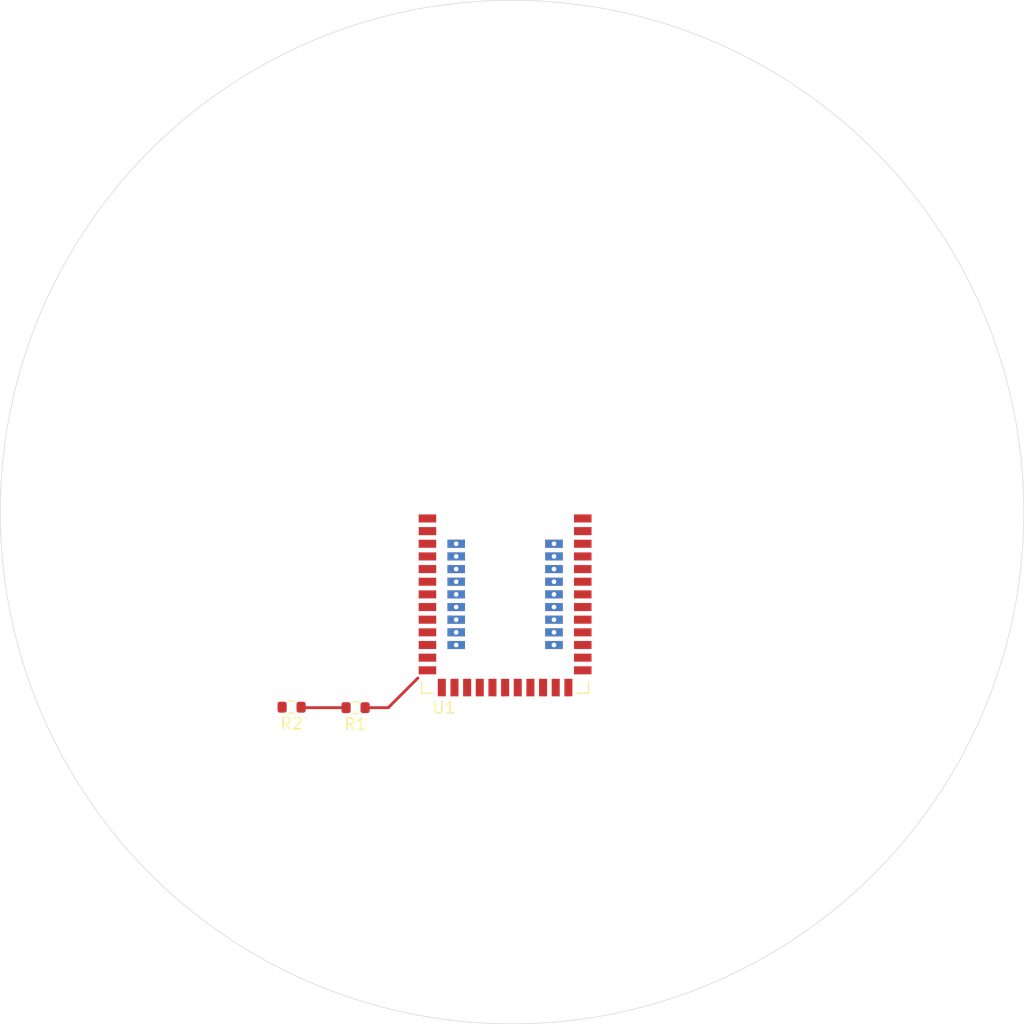
<source format=kicad_pcb>
(kicad_pcb (version 20211014) (generator pcbnew)
  (layers (0 "F.Cu" signal) (31 "B.Cu" signal) (34 "B.Paste" user) (35 "F.Paste" user) (36 "B.SilkS" user "B.Silkscreen") (37 "F.SilkS" user "F.Silkscreen") (38 "B.Mask" user) (39 "F.Mask" user) (44 "Edge.Cuts" user))
  (net 0 "")
  (net 1 "VBAT")
  (net 2 "VSENSE")
  (net 3 "GND")
  (footprint "Resistor_SMD:R_0603_1608Metric" (layer "F.Cu") (at 158.55 59.36 180)
    (fp_text reference "R2" (at 0 -1.43) (layer "F.SilkS"))
    (fp_text value "2M")
    (fp_line (start -0.237258 -0.5225) (end 0.237258 -0.5225) (layer "F.SilkS") (width 0.12))
    (fp_line (start -0.237258 0.5225) (end 0.237258 0.5225) (layer "F.SilkS") (width 0.12))
    (pad "1" smd roundrect locked (at -0.825 0 180) (size 0.8 0.95) (layers "F.Cu" "F.Paste" "F.Mask") (net 2 "VSENSE"))
    (pad "2" smd roundrect locked (at 0.825 0 180) (size 0.8 0.95) (layers "F.Cu" "F.Paste" "F.Mask") (net 3 "GND"))
  )
  (footprint "kicad-keyboard-parts:nRF52840_holyiot_18010" (layer "F.Cu") (at 177.105 48.655)
    (fp_text reference "U1" (at -5.3 10.75) (layer "F.SilkS"))
    (fp_text value "nRF52840_holyiot_18010")
    (fp_line (start 6.25 9.5) (end 7.25 9.5) (layer "F.SilkS") (width 0.12))
    (fp_line (start -6.25 9.5) (end -7.25 9.5) (layer "F.SilkS") (width 0.12))
    (fp_line (start 7.25 8.5) (end 7.25 9.5) (layer "F.SilkS") (width 0.12))
    (fp_line (start -7.25 8.5) (end -7.25 9.5) (layer "F.SilkS") (width 0.12))
    (pad "1" smd rect locked (at -6.75 -5.7) (size 1.524 0.7) (layers "F.Cu" "F.Paste" "F.Mask"))
    (pad "2" smd rect locked (at -6.75 -4.6) (size 1.524 0.7) (layers "F.Cu" "F.Paste" "F.Mask"))
    (pad "3" smd rect locked (at -6.75 -3.5) (size 1.524 0.7) (layers "F.Cu" "F.Paste" "F.Mask"))
    (pad "4" smd rect locked (at -6.75 -2.4) (size 1.524 0.7) (layers "F.Cu" "F.Paste" "F.Mask"))
    (pad "5" smd rect locked (at -6.75 -1.3) (size 1.524 0.7) (layers "F.Cu" "F.Paste" "F.Mask"))
    (pad "6" smd rect locked (at -6.75 -0.2) (size 1.524 0.7) (layers "F.Cu" "F.Paste" "F.Mask"))
    (pad "7" smd rect locked (at -6.75 0.9) (size 1.524 0.7) (layers "F.Cu" "F.Paste" "F.Mask"))
    (pad "8" smd rect locked (at -6.75 2) (size 1.524 0.7) (layers "F.Cu" "F.Paste" "F.Mask"))
    (pad "9" smd rect locked (at -6.75 3.1) (size 1.524 0.7) (layers "F.Cu" "F.Paste" "F.Mask"))
    (pad "10" smd rect locked (at -6.75 4.2) (size 1.524 0.7) (layers "F.Cu" "F.Paste" "F.Mask"))
    (pad "11" smd rect locked (at -6.75 5.3) (size 1.524 0.7) (layers "F.Cu" "F.Paste" "F.Mask"))
    (pad "12" smd rect locked (at -6.75 6.4) (size 1.524 0.7) (layers "F.Cu" "F.Paste" "F.Mask"))
    (pad "13" smd rect locked (at -6.75 7.5) (size 1.524 0.7) (layers "F.Cu" "F.Paste" "F.Mask"))
    (pad "14" smd rect locked (at -5.5 9 90) (size 1.524 0.7) (layers "F.Cu" "F.Paste" "F.Mask"))
    (pad "15" smd rect locked (at -4.4 9 90) (size 1.524 0.7) (layers "F.Cu" "F.Paste" "F.Mask"))
    (pad "16" smd rect locked (at -3.3 9 90) (size 1.524 0.7) (layers "F.Cu" "F.Paste" "F.Mask"))
    (pad "17" smd rect locked (at -2.2 9 90) (size 1.524 0.7) (layers "F.Cu" "F.Paste" "F.Mask"))
    (pad "18" smd rect locked (at -1.1 9 90) (size 1.524 0.7) (layers "F.Cu" "F.Paste" "F.Mask"))
    (pad "19" smd rect locked (at 0 9 90) (size 1.524 0.7) (layers "F.Cu" "F.Paste" "F.Mask"))
    (pad "20" smd rect locked (at 1.1 9 90) (size 1.524 0.7) (layers "F.Cu" "F.Paste" "F.Mask"))
    (pad "21" smd rect locked (at 2.2 9 90) (size 1.524 0.7) (layers "F.Cu" "F.Paste" "F.Mask"))
    (pad "22" smd rect locked (at 3.3 9 90) (size 1.524 0.7) (layers "F.Cu" "F.Paste" "F.Mask"))
    (pad "23" smd rect locked (at 4.4 9 90) (size 1.524 0.7) (layers "F.Cu" "F.Paste" "F.Mask"))
    (pad "24" smd rect locked (at 5.5 9 90) (size 1.524 0.7) (layers "F.Cu" "F.Paste" "F.Mask"))
    (pad "25" smd rect locked (at 6.75 7.5 180) (size 1.524 0.7) (layers "F.Cu" "F.Paste" "F.Mask"))
    (pad "26" smd rect locked (at 6.75 6.4 180) (size 1.524 0.7) (layers "F.Cu" "F.Paste" "F.Mask"))
    (pad "27" smd rect locked (at 6.75 5.3 180) (size 1.524 0.7) (layers "F.Cu" "F.Paste" "F.Mask"))
    (pad "28" smd rect locked (at 6.75 4.2 180) (size 1.524 0.7) (layers "F.Cu" "F.Paste" "F.Mask"))
    (pad "29" smd rect locked (at 6.75 3.1 180) (size 1.524 0.7) (layers "F.Cu" "F.Paste" "F.Mask"))
    (pad "30" smd rect locked (at 6.75 2 180) (size 1.524 0.7) (layers "F.Cu" "F.Paste" "F.Mask"))
    (pad "31" smd rect locked (at 6.75 0.9 180) (size 1.524 0.7) (layers "F.Cu" "F.Paste" "F.Mask"))
    (pad "32" smd rect locked (at 6.75 -0.2 180) (size 1.524 0.7) (layers "F.Cu" "F.Paste" "F.Mask"))
    (pad "33" smd rect locked (at 6.75 -1.3 180) (size 1.524 0.7) (layers "F.Cu" "F.Paste" "F.Mask"))
    (pad "34" smd rect locked (at 6.75 -2.4 180) (size 1.524 0.7) (layers "F.Cu" "F.Paste" "F.Mask"))
    (pad "35" smd rect locked (at 6.75 -3.5 180) (size 1.524 0.7) (layers "F.Cu" "F.Paste" "F.Mask"))
    (pad "36" smd rect locked (at 6.75 -4.6 180) (size 1.524 0.7) (layers "F.Cu" "F.Paste" "F.Mask"))
    (pad "37" smd rect locked (at 6.75 -5.7 180) (size 1.524 0.7) (layers "F.Cu" "F.Paste" "F.Mask"))
    (pad "38" thru_hole rect locked (at -4.25 -3.5 180) (size 1.524 0.7) (drill 0.4) (layers *.Cu *.Mask))
    (pad "39" thru_hole rect locked (at -4.25 -2.4 180) (size 1.524 0.7) (drill 0.4) (layers *.Cu *.Mask))
    (pad "40" thru_hole rect locked (at -4.25 -1.3 180) (size 1.524 0.7) (drill 0.4) (layers *.Cu *.Mask))
    (pad "41" thru_hole rect locked (at -4.25 -0.2 180) (size 1.524 0.7) (drill 0.4) (layers *.Cu *.Mask))
    (pad "42" thru_hole rect locked (at -4.25 0.9 180) (size 1.524 0.7) (drill 0.4) (layers *.Cu *.Mask))
    (pad "43" thru_hole rect locked (at -4.25 2 180) (size 1.524 0.7) (drill 0.4) (layers *.Cu *.Mask))
    (pad "44" thru_hole rect locked (at -4.25 3.1 180) (size 1.524 0.7) (drill 0.4) (layers *.Cu *.Mask))
    (pad "45" thru_hole rect locked (at -4.25 4.2 180) (size 1.524 0.7) (drill 0.4) (layers *.Cu *.Mask))
    (pad "46" thru_hole rect locked (at -4.25 5.3 180) (size 1.524 0.7) (drill 0.4) (layers *.Cu *.Mask))
    (pad "47" thru_hole rect locked (at 4.25 -3.5 180) (size 1.524 0.7) (drill 0.4) (layers *.Cu *.Mask))
    (pad "48" thru_hole rect locked (at 4.25 -2.4 180) (size 1.524 0.7) (drill 0.4) (layers *.Cu *.Mask))
    (pad "49" thru_hole rect locked (at 4.25 -1.3 180) (size 1.524 0.7) (drill 0.4) (layers *.Cu *.Mask))
    (pad "50" thru_hole rect locked (at 4.25 -0.2 180) (size 1.524 0.7) (drill 0.4) (layers *.Cu *.Mask))
    (pad "51" thru_hole rect locked (at 4.25 0.9 180) (size 1.524 0.7) (drill 0.4) (layers *.Cu *.Mask))
    (pad "52" thru_hole rect locked (at 4.25 2 180) (size 1.524 0.7) (drill 0.4) (layers *.Cu *.Mask))
    (pad "53" thru_hole rect locked (at 4.25 3.1 180) (size 1.524 0.7) (drill 0.4) (layers *.Cu *.Mask))
    (pad "54" thru_hole rect locked (at 4.25 4.2 180) (size 1.524 0.7) (drill 0.4) (layers *.Cu *.Mask))
    (pad "55" thru_hole rect locked (at 4.25 5.3 180) (size 1.524 0.7) (drill 0.4) (layers *.Cu *.Mask))
  )
  (footprint "Resistor_SMD:R_0603_1608Metric" (layer "F.Cu") (at 164.11 59.4 180)
    (fp_text reference "R1" (at 0 -1.43) (layer "F.SilkS"))
    (fp_text value "820k")
    (fp_line (start -0.237258 -0.5225) (end 0.237258 -0.5225) (layer "F.SilkS") (width 0.12))
    (fp_line (start -0.237258 0.5225) (end 0.237258 0.5225) (layer "F.SilkS") (width 0.12))
    (pad "1" smd roundrect locked (at -0.825 0 180) (size 0.8 0.95) (layers "F.Cu" "F.Paste" "F.Mask") (net 1 "VBAT"))
    (pad "2" smd roundrect locked (at 0.825 0 180) (size 0.8 0.95) (layers "F.Cu" "F.Paste" "F.Mask") (net 2 "VSENSE"))
  )
  (gr_circle (center 177.71 42.4) (end 153.96 80.01) (layer "Edge.Cuts") (width 0.05) (fill none))
  (segment (start 164.935 59.4) (end 166.95 59.4) (width 0.25) (layer "F.Cu") (net 1))
  (segment (start 166.95 59.4) (end 169.520489 56.829511) (width 0.25) (layer "F.Cu") (net 1))
  (segment (start 163.285 59.4) (end 159.415 59.4) (width 0.25) (layer "F.Cu") (net 2))
  (segment (start 159.415 59.4) (end 159.375 59.36) (width 0.25) (layer "F.Cu") (net 2))
)
</source>
